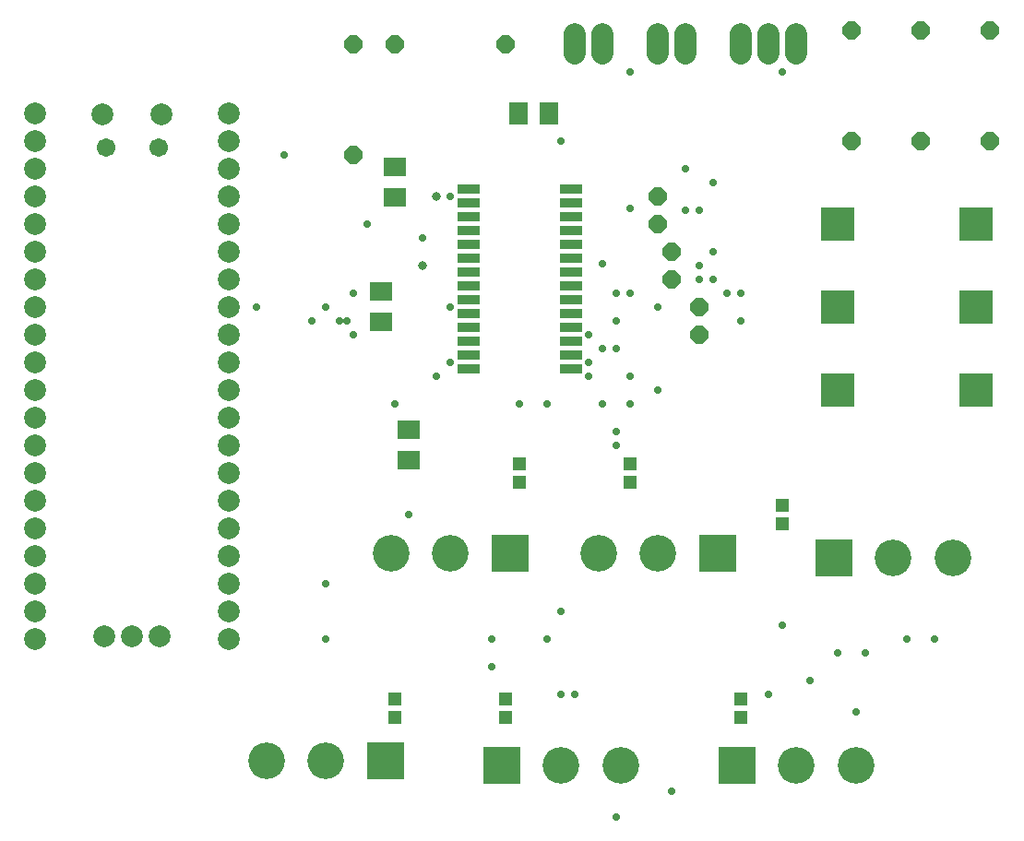
<source format=gts>
G04 EAGLE Gerber RS-274X export*
G75*
%MOMM*%
%FSLAX34Y34*%
%LPD*%
%INSoldermask Top*%
%IPPOS*%
%AMOC8*
5,1,8,0,0,1.08239X$1,22.5*%
G01*
%ADD10P,1.803519X8X292.500000*%
%ADD11R,2.003200X1.803200*%
%ADD12R,3.083200X3.083200*%
%ADD13R,2.093200X0.853200*%
%ADD14C,2.032000*%
%ADD15R,3.353200X3.353200*%
%ADD16C,3.353200*%
%ADD17P,1.803519X8X202.500000*%
%ADD18R,1.203200X1.303200*%
%ADD19C,2.003200*%
%ADD20C,1.703200*%
%ADD21R,1.803200X2.003200*%
%ADD22C,0.705600*%
%ADD23C,0.805600*%


D10*
X609600Y596900D03*
X609600Y571500D03*
X622300Y546100D03*
X622300Y520700D03*
X647700Y495300D03*
X647700Y469900D03*
D11*
X368300Y595600D03*
X368300Y623600D03*
X381000Y382300D03*
X381000Y354300D03*
X355600Y509300D03*
X355600Y481300D03*
D12*
X774700Y571500D03*
X901700Y571500D03*
X774700Y419100D03*
X901700Y419100D03*
X774700Y495300D03*
X901700Y495300D03*
D13*
X435800Y603250D03*
X435800Y590550D03*
X435800Y577850D03*
X435800Y565150D03*
X435800Y552450D03*
X435800Y539750D03*
X435800Y527050D03*
X435800Y514350D03*
X435800Y501650D03*
X435800Y488950D03*
X435800Y476250D03*
X435800Y463550D03*
X435800Y450850D03*
X435800Y438150D03*
X529400Y438150D03*
X529400Y450850D03*
X529400Y463550D03*
X529400Y476250D03*
X529400Y488950D03*
X529400Y501650D03*
X529400Y514350D03*
X529400Y527050D03*
X529400Y539750D03*
X529400Y552450D03*
X529400Y565150D03*
X529400Y577850D03*
X529400Y590550D03*
X529400Y603250D03*
D14*
X533400Y727456D02*
X533400Y745744D01*
X558800Y745744D02*
X558800Y727456D01*
X609600Y727456D02*
X609600Y745744D01*
X635000Y745744D02*
X635000Y727456D01*
X685800Y727456D02*
X685800Y745744D01*
X711200Y745744D02*
X711200Y727456D01*
X736600Y727456D02*
X736600Y745744D01*
D15*
X771000Y264700D03*
D16*
X825500Y264700D03*
X880000Y264700D03*
D15*
X682100Y74200D03*
D16*
X736600Y74200D03*
X791100Y74200D03*
D15*
X466200Y74200D03*
D16*
X520700Y74200D03*
X575200Y74200D03*
D15*
X664100Y268700D03*
D16*
X609600Y268700D03*
X555100Y268700D03*
D15*
X473600Y268700D03*
D16*
X419100Y268700D03*
X364600Y268700D03*
D15*
X359300Y78200D03*
D16*
X304800Y78200D03*
X250300Y78200D03*
D17*
X469900Y736600D03*
X368300Y736600D03*
D18*
X482600Y351400D03*
X482600Y334400D03*
X469900Y135500D03*
X469900Y118500D03*
D10*
X330200Y736600D03*
X330200Y635000D03*
X914400Y749300D03*
X914400Y647700D03*
X850900Y749300D03*
X850900Y647700D03*
X787400Y749300D03*
X787400Y647700D03*
D18*
X723900Y313300D03*
X723900Y296300D03*
X584200Y351400D03*
X584200Y334400D03*
X368300Y135500D03*
X368300Y118500D03*
X685800Y135500D03*
X685800Y118500D03*
D19*
X38100Y673100D03*
X38100Y647700D03*
X38100Y520700D03*
X38100Y495300D03*
X38100Y622300D03*
X38100Y596900D03*
X38100Y546100D03*
X38100Y571500D03*
X38100Y469900D03*
X38100Y444500D03*
X38100Y419100D03*
X38100Y393700D03*
X38100Y368300D03*
X38100Y342900D03*
X38100Y317500D03*
X38100Y292100D03*
X38100Y266700D03*
X38100Y241300D03*
X38100Y215900D03*
X38100Y190500D03*
X215900Y190500D03*
X215900Y215900D03*
X215900Y241300D03*
X215900Y266700D03*
X215900Y292100D03*
X215900Y317500D03*
X215900Y342900D03*
X215900Y368300D03*
X215900Y393700D03*
X215900Y419100D03*
X215900Y444500D03*
X215900Y469900D03*
X215900Y495300D03*
X215900Y520700D03*
X215900Y546100D03*
X215900Y571500D03*
X215900Y596900D03*
X215900Y622300D03*
X215900Y647700D03*
X215900Y673100D03*
X99750Y671800D03*
X154250Y671800D03*
D20*
X102750Y641500D03*
X151250Y641500D03*
D19*
X101600Y192800D03*
X127000Y192800D03*
X152400Y192800D03*
D21*
X509300Y673100D03*
X481300Y673100D03*
D22*
X635000Y584200D03*
X635000Y622300D03*
X774700Y177800D03*
X800100Y177800D03*
X838200Y190500D03*
X863600Y190500D03*
X673100Y508000D03*
X304800Y241300D03*
X304800Y190500D03*
X482600Y406400D03*
X508000Y406400D03*
X749300Y152400D03*
X660400Y609600D03*
X457200Y165100D03*
X457200Y190500D03*
X571500Y508000D03*
X571500Y482600D03*
X791100Y123300D03*
X647700Y520700D03*
X660400Y546100D03*
X647700Y584200D03*
X571500Y26642D03*
X622300Y50800D03*
X584200Y406400D03*
X571500Y381000D03*
X520700Y215900D03*
X533400Y139700D03*
X723900Y711200D03*
X584200Y508000D03*
X609600Y495300D03*
X546100Y469900D03*
X584200Y585696D03*
X609600Y419100D03*
X546100Y431800D03*
X558896Y406304D03*
X723900Y203200D03*
X711200Y139700D03*
X558800Y534896D03*
X558800Y457200D03*
X508000Y190500D03*
X520700Y139700D03*
X584200Y431800D03*
X571500Y457200D03*
X647700Y533400D03*
X660400Y520700D03*
X342900Y571500D03*
X419100Y495300D03*
X292100Y482600D03*
X330200Y508000D03*
X546100Y444500D03*
X571500Y368300D03*
X419100Y444500D03*
X317500Y482600D03*
X304800Y495300D03*
X266700Y635000D03*
X381000Y304800D03*
D23*
X393700Y533400D03*
X406400Y596900D03*
D22*
X241300Y495300D03*
X368300Y406400D03*
X406400Y431800D03*
X324285Y482600D03*
X330200Y469900D03*
X419100Y596900D03*
X393700Y558800D03*
X584200Y711200D03*
X520700Y647700D03*
X685800Y508000D03*
X685800Y482600D03*
M02*

</source>
